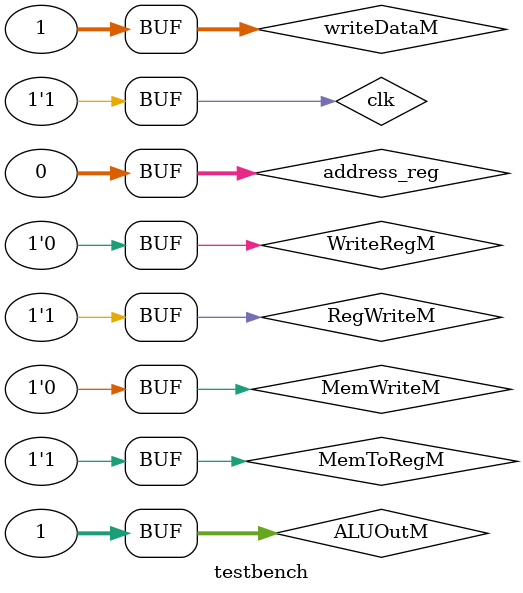
<source format=v>
`timescale 1ns/1ns

module testbench();
    reg clk;
    wire RegWriteM, MemToRegM, WriteRegM;
    wire MemWriteM;
    wire [31:0] writeDataM,readDataM;
    wire  active ;
    wire  [31:0] address_reg;
    wire[31:0] address,ALUOutM;
    
    initial begin
        $dumpfile("testbench.vcd");
        $dumpvars(0,testbench);
        clk                  = 1;
        repeat(5000) #50 clk = ~clk;
    end
    assign RegWriteM   = 1'b1;
    assign MemToRegM   = 1'b1;
    assign WriteRegM   = 1'b0;
    assign MemWriteM   = 1'b0;
    assign writeDataM  = 32'b00000000000000000000000000000001;
    assign address_reg = 32'b0000000000000000000000000000000;
    assign ALUOutM     = 32'b00000000000000000000000000000001;
    
    // always @(*) begin
    //     $display("%0b",readDataM);
    // end
    
    memory  memory(clk,
    RegWriteM,
    MemToRegM,
    MemWriteM,
    ALUOutM,
    writeDataM,
    WriteRegM,
    active,
    readDataM);
    
endmodule

//test pass but we are not accessing memory right now
</source>
